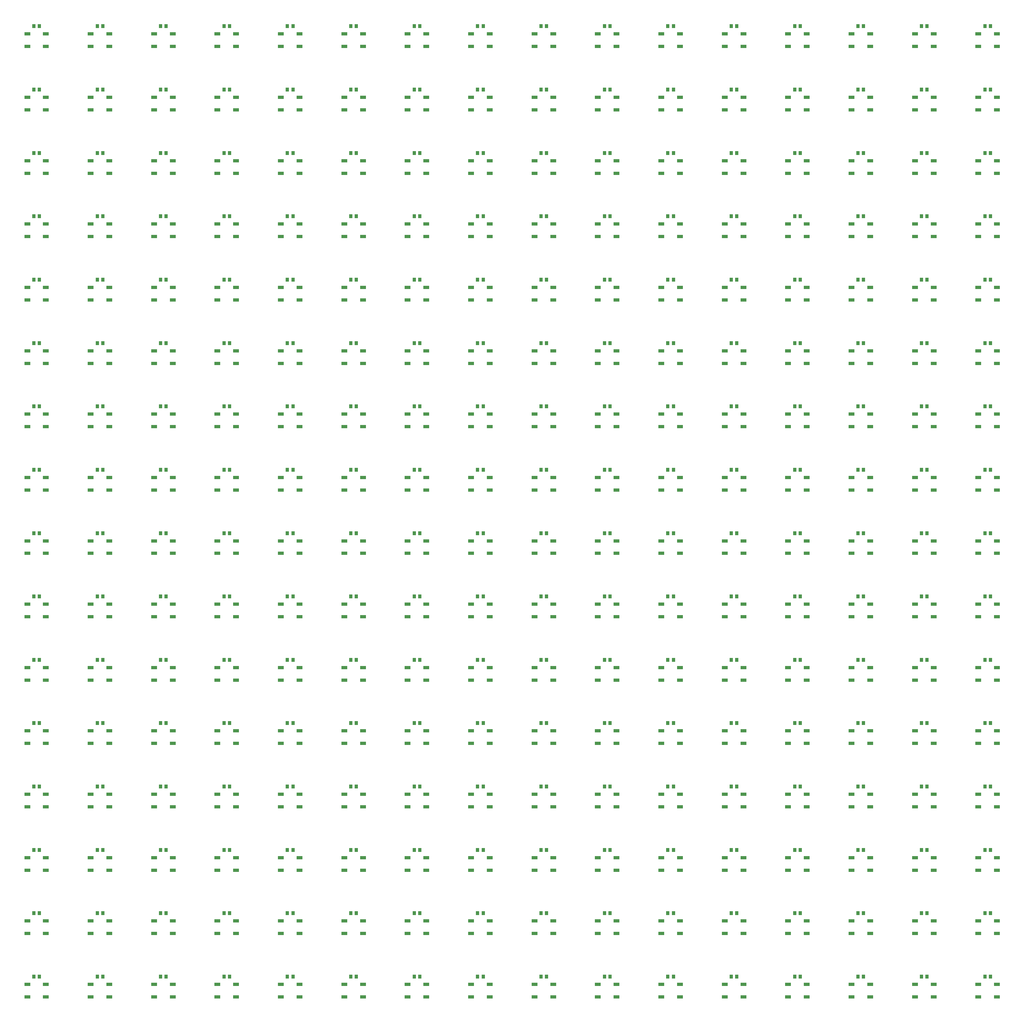
<source format=gtp>
G04*
G04 #@! TF.GenerationSoftware,Altium Limited,Altium Designer,24.3.1 (35)*
G04*
G04 Layer_Color=8421504*
%FSLAX25Y25*%
%MOIN*%
G70*
G04*
G04 #@! TF.SameCoordinates,990AA879-4203-459C-8826-AB23A681A769*
G04*
G04*
G04 #@! TF.FilePolarity,Positive*
G04*
G01*
G75*
%ADD12R,0.03740X0.04134*%
%ADD13R,0.05906X0.03543*%
D12*
X554331Y506134D02*
D03*
X560039D02*
D03*
X488779D02*
D03*
X494488D02*
D03*
X423228D02*
D03*
X428937D02*
D03*
X357677D02*
D03*
X363386D02*
D03*
X423228Y899441D02*
D03*
X428937D02*
D03*
X882087Y637236D02*
D03*
X887795D02*
D03*
X226575Y506134D02*
D03*
X232283D02*
D03*
X292126D02*
D03*
X297835D02*
D03*
X357677Y899441D02*
D03*
X363386D02*
D03*
X750984Y637236D02*
D03*
X756693D02*
D03*
X750984Y833890D02*
D03*
X756693D02*
D03*
X685433Y571685D02*
D03*
X691142D02*
D03*
X619882D02*
D03*
X625591D02*
D03*
X554331D02*
D03*
X560039D02*
D03*
X488779D02*
D03*
X494488D02*
D03*
X750984D02*
D03*
X756693D02*
D03*
X554331Y899441D02*
D03*
X560039D02*
D03*
X357677Y375031D02*
D03*
X363386D02*
D03*
X357677Y440583D02*
D03*
X363386D02*
D03*
X423228D02*
D03*
X428937D02*
D03*
X161024Y375031D02*
D03*
X166732D02*
D03*
X95472D02*
D03*
X101181D02*
D03*
X1013189Y47276D02*
D03*
X1018898D02*
D03*
X488779Y440583D02*
D03*
X494488D02*
D03*
X1013189Y112827D02*
D03*
X1018898D02*
D03*
X1013189Y178378D02*
D03*
X1018898D02*
D03*
X1013189Y243929D02*
D03*
X1018898D02*
D03*
X1013189Y309480D02*
D03*
X1018898D02*
D03*
X1013189Y375031D02*
D03*
X1018898D02*
D03*
X1013189Y440583D02*
D03*
X1018898D02*
D03*
X1013189Y506134D02*
D03*
X1018898D02*
D03*
X1013189Y571685D02*
D03*
X1018898D02*
D03*
X423228Y964992D02*
D03*
X428937D02*
D03*
X226575Y702787D02*
D03*
X232283D02*
D03*
X161024D02*
D03*
X166732D02*
D03*
X161024Y899441D02*
D03*
X166732D02*
D03*
X95472Y702787D02*
D03*
X101181D02*
D03*
X292126Y768339D02*
D03*
X297835D02*
D03*
X226575D02*
D03*
X232283D02*
D03*
X95472D02*
D03*
X101181D02*
D03*
X882087Y1030543D02*
D03*
X887795D02*
D03*
X882087Y964992D02*
D03*
X887795D02*
D03*
X947638Y1030543D02*
D03*
X953347D02*
D03*
X95472Y833890D02*
D03*
X101181D02*
D03*
X750984Y1030543D02*
D03*
X756693D02*
D03*
X947638Y964992D02*
D03*
X953347D02*
D03*
X816535Y1030543D02*
D03*
X822244D02*
D03*
X292126D02*
D03*
X297835D02*
D03*
X292126Y899441D02*
D03*
X297835D02*
D03*
X685433Y637236D02*
D03*
X691142D02*
D03*
X619882D02*
D03*
X625591D02*
D03*
X554331D02*
D03*
X560039D02*
D03*
X488779D02*
D03*
X494488D02*
D03*
X292126D02*
D03*
X297835D02*
D03*
X226575D02*
D03*
X232283D02*
D03*
X357677D02*
D03*
X363386D02*
D03*
X226575Y899441D02*
D03*
X232283D02*
D03*
X554331Y702787D02*
D03*
X560039D02*
D03*
X554331Y768339D02*
D03*
X560039D02*
D03*
X554331Y833890D02*
D03*
X560039D02*
D03*
X357677Y702787D02*
D03*
X363386D02*
D03*
X488779Y768339D02*
D03*
X494488D02*
D03*
X488779Y702787D02*
D03*
X494488D02*
D03*
X423228D02*
D03*
X428937D02*
D03*
X619882Y47276D02*
D03*
X625591D02*
D03*
X685433D02*
D03*
X691142D02*
D03*
X947638Y637236D02*
D03*
X953347D02*
D03*
X750984Y47276D02*
D03*
X756693D02*
D03*
X816535D02*
D03*
X822244D02*
D03*
X882087D02*
D03*
X887795D02*
D03*
X554331D02*
D03*
X560039D02*
D03*
X947638D02*
D03*
X953347D02*
D03*
X882087Y506134D02*
D03*
X887795D02*
D03*
X947638D02*
D03*
X953347D02*
D03*
X750984Y440583D02*
D03*
X756693D02*
D03*
X947638Y571685D02*
D03*
X953347D02*
D03*
X947638Y702787D02*
D03*
X953347D02*
D03*
X947638Y768339D02*
D03*
X953347D02*
D03*
X947638Y833890D02*
D03*
X953347D02*
D03*
X947638Y899441D02*
D03*
X953347D02*
D03*
X357677Y1030543D02*
D03*
X363386D02*
D03*
X226575D02*
D03*
X232283D02*
D03*
X161024Y964992D02*
D03*
X166732D02*
D03*
X161024Y1030543D02*
D03*
X166732D02*
D03*
X95472D02*
D03*
X101181D02*
D03*
X226575Y964992D02*
D03*
X232283D02*
D03*
X29921Y1030543D02*
D03*
X35630D02*
D03*
X95472Y964992D02*
D03*
X101181D02*
D03*
X29921Y47276D02*
D03*
X35630D02*
D03*
X29921Y964992D02*
D03*
X35630D02*
D03*
X29921Y178378D02*
D03*
X35630D02*
D03*
X29921Y243929D02*
D03*
X35630D02*
D03*
X29921Y309480D02*
D03*
X35630D02*
D03*
X29921Y702787D02*
D03*
X35630D02*
D03*
X29921Y375031D02*
D03*
X35630D02*
D03*
X29921Y440583D02*
D03*
X35630D02*
D03*
X226575Y243929D02*
D03*
X232283D02*
D03*
X161024D02*
D03*
X166732D02*
D03*
X423228Y309480D02*
D03*
X428937D02*
D03*
X226575D02*
D03*
X232283D02*
D03*
X357677Y178378D02*
D03*
X363386D02*
D03*
X95472Y243929D02*
D03*
X101181D02*
D03*
X161024Y309480D02*
D03*
X166732D02*
D03*
X226575Y178378D02*
D03*
X232283D02*
D03*
X95472Y112827D02*
D03*
X101181D02*
D03*
X488779Y243929D02*
D03*
X494488D02*
D03*
X226575Y112827D02*
D03*
X232283D02*
D03*
X554331Y375031D02*
D03*
X560039D02*
D03*
X488779D02*
D03*
X494488D02*
D03*
X488779Y309480D02*
D03*
X494488D02*
D03*
X423228Y375031D02*
D03*
X428937D02*
D03*
X423228Y243929D02*
D03*
X428937D02*
D03*
X750984Y112827D02*
D03*
X756693D02*
D03*
X816535Y178378D02*
D03*
X822244D02*
D03*
X554331Y309480D02*
D03*
X560039D02*
D03*
X816535Y112827D02*
D03*
X822244D02*
D03*
X882087D02*
D03*
X887795D02*
D03*
X947638D02*
D03*
X953347D02*
D03*
X947638Y178378D02*
D03*
X953347D02*
D03*
X947638Y243929D02*
D03*
X953347D02*
D03*
X619882Y112827D02*
D03*
X625591D02*
D03*
X882087Y309480D02*
D03*
X887795D02*
D03*
X685433Y899441D02*
D03*
X691142D02*
D03*
X619882Y178378D02*
D03*
X625591D02*
D03*
X619882Y243929D02*
D03*
X625591D02*
D03*
X750984Y178378D02*
D03*
X756693D02*
D03*
X750984Y243929D02*
D03*
X756693D02*
D03*
X750984Y899441D02*
D03*
X756693D02*
D03*
X423228Y571685D02*
D03*
X428937D02*
D03*
X357677D02*
D03*
X363386D02*
D03*
X292126D02*
D03*
X297835D02*
D03*
X226575D02*
D03*
X232283D02*
D03*
X95472Y637236D02*
D03*
X101181D02*
D03*
X750984Y702787D02*
D03*
X756693D02*
D03*
X750984Y768339D02*
D03*
X756693D02*
D03*
X816535Y833890D02*
D03*
X822244D02*
D03*
X423228Y637236D02*
D03*
X428937D02*
D03*
X161024D02*
D03*
X166732D02*
D03*
X685433Y702787D02*
D03*
X691142D02*
D03*
X685433Y768339D02*
D03*
X691142D02*
D03*
X685433Y833890D02*
D03*
X691142D02*
D03*
X619882Y702787D02*
D03*
X625591D02*
D03*
X619882Y768339D02*
D03*
X625591D02*
D03*
X619882Y833890D02*
D03*
X625591D02*
D03*
X1013189Y637236D02*
D03*
X1018898D02*
D03*
X488779Y899441D02*
D03*
X494488D02*
D03*
X1013189Y702787D02*
D03*
X1018898D02*
D03*
X1013189Y768339D02*
D03*
X1018898D02*
D03*
X1013189Y833890D02*
D03*
X1018898D02*
D03*
X1013189Y899441D02*
D03*
X1018898D02*
D03*
X1013189Y964992D02*
D03*
X1018898D02*
D03*
X1013189Y1030543D02*
D03*
X1018898D02*
D03*
X882087Y768339D02*
D03*
X887795D02*
D03*
X882087Y833890D02*
D03*
X887795D02*
D03*
X816535Y571685D02*
D03*
X822244D02*
D03*
X816535Y637236D02*
D03*
X822244D02*
D03*
X816535Y702787D02*
D03*
X822244D02*
D03*
X816535Y768339D02*
D03*
X822244D02*
D03*
X882087Y571685D02*
D03*
X887795D02*
D03*
X882087Y702787D02*
D03*
X887795D02*
D03*
X619882Y1030543D02*
D03*
X625591D02*
D03*
X685433D02*
D03*
X691142D02*
D03*
X554331D02*
D03*
X560039D02*
D03*
X488779D02*
D03*
X494488D02*
D03*
X423228D02*
D03*
X428937D02*
D03*
X357677Y964992D02*
D03*
X363386D02*
D03*
X95472Y899441D02*
D03*
X101181D02*
D03*
X292126Y964992D02*
D03*
X297835D02*
D03*
X29921Y506134D02*
D03*
X35630D02*
D03*
X29921Y637236D02*
D03*
X35630D02*
D03*
X29921Y571685D02*
D03*
X35630D02*
D03*
X882087Y375031D02*
D03*
X887795D02*
D03*
X685433D02*
D03*
X691142D02*
D03*
X750984D02*
D03*
X756693D02*
D03*
X619882D02*
D03*
X625591D02*
D03*
X161024Y506134D02*
D03*
X166732D02*
D03*
X423228Y768339D02*
D03*
X428937D02*
D03*
X357677D02*
D03*
X363386D02*
D03*
X488779Y833890D02*
D03*
X494488D02*
D03*
X423228D02*
D03*
X428937D02*
D03*
X357677D02*
D03*
X363386D02*
D03*
X292126Y702787D02*
D03*
X297835D02*
D03*
X292126Y833890D02*
D03*
X297835D02*
D03*
X226575D02*
D03*
X232283D02*
D03*
X161024Y768339D02*
D03*
X166732D02*
D03*
X161024Y833890D02*
D03*
X166732D02*
D03*
X816535Y964992D02*
D03*
X822244D02*
D03*
X750984D02*
D03*
X756693D02*
D03*
X685433D02*
D03*
X691142D02*
D03*
X619882D02*
D03*
X625591D02*
D03*
X554331D02*
D03*
X560039D02*
D03*
X488779D02*
D03*
X494488D02*
D03*
X816535Y506134D02*
D03*
X822244D02*
D03*
X816535Y440583D02*
D03*
X822244D02*
D03*
X947638Y309480D02*
D03*
X953347D02*
D03*
X882087Y440583D02*
D03*
X887795D02*
D03*
X947638D02*
D03*
X953347D02*
D03*
X619882Y506134D02*
D03*
X625591D02*
D03*
X685433D02*
D03*
X691142D02*
D03*
X750984D02*
D03*
X756693D02*
D03*
X947638Y375031D02*
D03*
X953347D02*
D03*
X816535D02*
D03*
X822244D02*
D03*
X882087Y178378D02*
D03*
X887795D02*
D03*
X554331D02*
D03*
X560039D02*
D03*
X685433Y440583D02*
D03*
X691142D02*
D03*
X816535Y899441D02*
D03*
X822244D02*
D03*
X882087Y243929D02*
D03*
X887795D02*
D03*
X816535D02*
D03*
X822244D02*
D03*
X29921Y112827D02*
D03*
X35630D02*
D03*
X29921Y768339D02*
D03*
X35630D02*
D03*
X29921Y833890D02*
D03*
X35630D02*
D03*
X29921Y899441D02*
D03*
X35630D02*
D03*
X95472Y571685D02*
D03*
X101181D02*
D03*
X161024D02*
D03*
X166732D02*
D03*
X95472Y506134D02*
D03*
X101181D02*
D03*
X95472Y440583D02*
D03*
X101181D02*
D03*
X488779Y47276D02*
D03*
X494488D02*
D03*
X95472D02*
D03*
X101181D02*
D03*
X882087Y899441D02*
D03*
X887795D02*
D03*
X161024Y47276D02*
D03*
X166732D02*
D03*
X226575D02*
D03*
X232283D02*
D03*
X292126D02*
D03*
X297835D02*
D03*
X357677D02*
D03*
X363386D02*
D03*
X423228D02*
D03*
X428937D02*
D03*
X161024Y112827D02*
D03*
X166732D02*
D03*
X488779Y178378D02*
D03*
X494488D02*
D03*
X423228D02*
D03*
X428937D02*
D03*
X292126Y112827D02*
D03*
X297835D02*
D03*
X488779D02*
D03*
X494488D02*
D03*
X423228D02*
D03*
X428937D02*
D03*
X357677D02*
D03*
X363386D02*
D03*
X619882Y899441D02*
D03*
X625591D02*
D03*
X554331Y112827D02*
D03*
X560039D02*
D03*
X554331Y440583D02*
D03*
X560039D02*
D03*
X619882D02*
D03*
X625591D02*
D03*
X292126Y375031D02*
D03*
X297835D02*
D03*
X292126Y440583D02*
D03*
X297835D02*
D03*
X226575Y375031D02*
D03*
X232283D02*
D03*
X226575Y440583D02*
D03*
X232283D02*
D03*
X161024D02*
D03*
X166732D02*
D03*
X685433Y112827D02*
D03*
X691142D02*
D03*
X685433Y178378D02*
D03*
X691142D02*
D03*
X161024D02*
D03*
X166732D02*
D03*
X685433Y243929D02*
D03*
X691142D02*
D03*
X685433Y309480D02*
D03*
X691142D02*
D03*
X619882D02*
D03*
X625591D02*
D03*
X554331Y243929D02*
D03*
X560039D02*
D03*
X750984Y309480D02*
D03*
X756693D02*
D03*
X357677Y243929D02*
D03*
X363386D02*
D03*
X95472Y178378D02*
D03*
X101181D02*
D03*
X357677Y309480D02*
D03*
X363386D02*
D03*
X292126Y243929D02*
D03*
X297835D02*
D03*
X292126Y178378D02*
D03*
X297835D02*
D03*
X292126Y309480D02*
D03*
X297835D02*
D03*
X95472D02*
D03*
X101181D02*
D03*
X816535D02*
D03*
X822244D02*
D03*
D13*
X678642Y1022539D02*
D03*
Y1009547D02*
D03*
X697933D02*
D03*
Y1022539D02*
D03*
X547539D02*
D03*
Y1009547D02*
D03*
X566831D02*
D03*
Y1022539D02*
D03*
X613091D02*
D03*
Y1009547D02*
D03*
X632382D02*
D03*
Y1022539D02*
D03*
X678642Y956988D02*
D03*
Y943996D02*
D03*
X697933D02*
D03*
Y956988D02*
D03*
X613091D02*
D03*
Y943996D02*
D03*
X632382D02*
D03*
Y956988D02*
D03*
X547539D02*
D03*
Y943996D02*
D03*
X566831D02*
D03*
Y956988D02*
D03*
X1006398D02*
D03*
Y943996D02*
D03*
X1025689D02*
D03*
Y956988D02*
D03*
X940847D02*
D03*
Y943996D02*
D03*
X960138D02*
D03*
Y956988D02*
D03*
X1006398Y1022539D02*
D03*
Y1009547D02*
D03*
X1025689D02*
D03*
Y1022539D02*
D03*
X940847D02*
D03*
Y1009547D02*
D03*
X960138D02*
D03*
Y1022539D02*
D03*
X875295Y956988D02*
D03*
Y943996D02*
D03*
X894587D02*
D03*
Y956988D02*
D03*
X809744D02*
D03*
Y943996D02*
D03*
X829035D02*
D03*
Y956988D02*
D03*
X744193D02*
D03*
Y943996D02*
D03*
X763484D02*
D03*
Y956988D02*
D03*
X744193Y1022539D02*
D03*
Y1009547D02*
D03*
X763484D02*
D03*
Y1022539D02*
D03*
X875295D02*
D03*
Y1009547D02*
D03*
X894587D02*
D03*
Y1022539D02*
D03*
X809744D02*
D03*
Y1009547D02*
D03*
X829035D02*
D03*
Y1022539D02*
D03*
X23130D02*
D03*
Y1009547D02*
D03*
X42421D02*
D03*
Y1022539D02*
D03*
X23130Y956988D02*
D03*
Y943996D02*
D03*
X42421D02*
D03*
Y956988D02*
D03*
X154232Y1022539D02*
D03*
Y1009547D02*
D03*
X173524D02*
D03*
Y1022539D02*
D03*
X219783D02*
D03*
Y1009547D02*
D03*
X239075D02*
D03*
Y1022539D02*
D03*
X285335D02*
D03*
Y1009547D02*
D03*
X304626D02*
D03*
Y1022539D02*
D03*
X416437D02*
D03*
Y1009547D02*
D03*
X435728D02*
D03*
Y1022539D02*
D03*
X481988D02*
D03*
Y1009547D02*
D03*
X501280D02*
D03*
Y1022539D02*
D03*
X350886D02*
D03*
Y1009547D02*
D03*
X370177D02*
D03*
Y1022539D02*
D03*
X481988Y956988D02*
D03*
Y943996D02*
D03*
X501280D02*
D03*
Y956988D02*
D03*
X416437D02*
D03*
Y943996D02*
D03*
X435728D02*
D03*
Y956988D02*
D03*
X350886D02*
D03*
Y943996D02*
D03*
X370177D02*
D03*
Y956988D02*
D03*
X285335D02*
D03*
Y943996D02*
D03*
X304626D02*
D03*
Y956988D02*
D03*
X219783D02*
D03*
Y943996D02*
D03*
X239075D02*
D03*
Y956988D02*
D03*
X154232D02*
D03*
Y943996D02*
D03*
X173524D02*
D03*
Y956988D02*
D03*
X88681Y1022539D02*
D03*
Y1009547D02*
D03*
X107973D02*
D03*
Y1022539D02*
D03*
X88681Y956988D02*
D03*
Y943996D02*
D03*
X107973D02*
D03*
Y956988D02*
D03*
X416437Y891437D02*
D03*
Y878445D02*
D03*
X435728D02*
D03*
Y891437D02*
D03*
X350886D02*
D03*
Y878445D02*
D03*
X370177D02*
D03*
Y891437D02*
D03*
X940847D02*
D03*
Y878445D02*
D03*
X960138D02*
D03*
Y891437D02*
D03*
X875295D02*
D03*
Y878445D02*
D03*
X894587D02*
D03*
Y891437D02*
D03*
X285335D02*
D03*
Y878445D02*
D03*
X304626D02*
D03*
Y891437D02*
D03*
X219783D02*
D03*
Y878445D02*
D03*
X239075D02*
D03*
Y891437D02*
D03*
X88681D02*
D03*
Y878445D02*
D03*
X107973D02*
D03*
Y891437D02*
D03*
X154232D02*
D03*
Y878445D02*
D03*
X173524D02*
D03*
Y891437D02*
D03*
X678642D02*
D03*
Y878445D02*
D03*
X697933D02*
D03*
Y891437D02*
D03*
X613091D02*
D03*
Y878445D02*
D03*
X632382D02*
D03*
Y891437D02*
D03*
X809744D02*
D03*
Y878445D02*
D03*
X829035D02*
D03*
Y891437D02*
D03*
X744193D02*
D03*
Y878445D02*
D03*
X763484D02*
D03*
Y891437D02*
D03*
X481988D02*
D03*
Y878445D02*
D03*
X501280D02*
D03*
Y891437D02*
D03*
X547539D02*
D03*
Y878445D02*
D03*
X566831D02*
D03*
Y891437D02*
D03*
X23130D02*
D03*
Y878445D02*
D03*
X42421D02*
D03*
Y891437D02*
D03*
X1006398D02*
D03*
Y878445D02*
D03*
X1025689D02*
D03*
Y891437D02*
D03*
X23130Y170374D02*
D03*
Y157382D02*
D03*
X42421D02*
D03*
Y170374D02*
D03*
X154232D02*
D03*
Y157382D02*
D03*
X173524D02*
D03*
Y170374D02*
D03*
X285335D02*
D03*
Y157382D02*
D03*
X304626D02*
D03*
Y170374D02*
D03*
X350886D02*
D03*
Y157382D02*
D03*
X370177D02*
D03*
Y170374D02*
D03*
X219783D02*
D03*
Y157382D02*
D03*
X239075D02*
D03*
Y170374D02*
D03*
X88681D02*
D03*
Y157382D02*
D03*
X107973D02*
D03*
Y170374D02*
D03*
X547539Y367027D02*
D03*
Y354035D02*
D03*
X566831D02*
D03*
Y367027D02*
D03*
X613091D02*
D03*
Y354035D02*
D03*
X632382D02*
D03*
Y367027D02*
D03*
X481988D02*
D03*
Y354035D02*
D03*
X501280D02*
D03*
Y367027D02*
D03*
X809744Y104823D02*
D03*
Y91831D02*
D03*
X829035D02*
D03*
Y104823D02*
D03*
X678642D02*
D03*
Y91831D02*
D03*
X697933D02*
D03*
Y104823D02*
D03*
X744193D02*
D03*
Y91831D02*
D03*
X763484D02*
D03*
Y104823D02*
D03*
X613091D02*
D03*
Y91831D02*
D03*
X632382D02*
D03*
Y104823D02*
D03*
X678642Y367027D02*
D03*
Y354035D02*
D03*
X697933D02*
D03*
Y367027D02*
D03*
X744193D02*
D03*
Y354035D02*
D03*
X763484D02*
D03*
Y367027D02*
D03*
X809744D02*
D03*
Y354035D02*
D03*
X829035D02*
D03*
Y367027D02*
D03*
X744193Y432579D02*
D03*
Y419587D02*
D03*
X763484D02*
D03*
Y432579D02*
D03*
X547539D02*
D03*
Y419587D02*
D03*
X566831D02*
D03*
Y432579D02*
D03*
X481988D02*
D03*
Y419587D02*
D03*
X501280D02*
D03*
Y432579D02*
D03*
X613091D02*
D03*
Y419587D02*
D03*
X632382D02*
D03*
Y432579D02*
D03*
X678642D02*
D03*
Y419587D02*
D03*
X697933D02*
D03*
Y432579D02*
D03*
X809744D02*
D03*
Y419587D02*
D03*
X829035D02*
D03*
Y432579D02*
D03*
X547539Y104823D02*
D03*
Y91831D02*
D03*
X566831D02*
D03*
Y104823D02*
D03*
X547539Y498130D02*
D03*
Y485138D02*
D03*
X566831D02*
D03*
Y498130D02*
D03*
X481988D02*
D03*
Y485138D02*
D03*
X501280D02*
D03*
Y498130D02*
D03*
X481988Y629232D02*
D03*
Y616240D02*
D03*
X501280D02*
D03*
Y629232D02*
D03*
X547539D02*
D03*
Y616240D02*
D03*
X566831D02*
D03*
Y629232D02*
D03*
X613091D02*
D03*
Y616240D02*
D03*
X632382D02*
D03*
Y629232D02*
D03*
X744193Y498130D02*
D03*
Y485138D02*
D03*
X763484D02*
D03*
Y498130D02*
D03*
X678642D02*
D03*
Y485138D02*
D03*
X697933D02*
D03*
Y498130D02*
D03*
X613091D02*
D03*
Y485138D02*
D03*
X632382D02*
D03*
Y498130D02*
D03*
X744193Y629232D02*
D03*
Y616240D02*
D03*
X763484D02*
D03*
Y629232D02*
D03*
X678642D02*
D03*
Y616240D02*
D03*
X697933D02*
D03*
Y629232D02*
D03*
X809744D02*
D03*
Y616240D02*
D03*
X829035D02*
D03*
Y629232D02*
D03*
X744193Y563681D02*
D03*
Y550689D02*
D03*
X763484D02*
D03*
Y563681D02*
D03*
X809744D02*
D03*
Y550689D02*
D03*
X829035D02*
D03*
Y563681D02*
D03*
X547539D02*
D03*
Y550689D02*
D03*
X566831D02*
D03*
Y563681D02*
D03*
X678642D02*
D03*
Y550689D02*
D03*
X697933D02*
D03*
Y563681D02*
D03*
X613091D02*
D03*
Y550689D02*
D03*
X632382D02*
D03*
Y563681D02*
D03*
X481988D02*
D03*
Y550689D02*
D03*
X501280D02*
D03*
Y563681D02*
D03*
X744193Y301476D02*
D03*
Y288484D02*
D03*
X763484D02*
D03*
Y301476D02*
D03*
X809744D02*
D03*
Y288484D02*
D03*
X829035D02*
D03*
Y301476D02*
D03*
X678642D02*
D03*
Y288484D02*
D03*
X697933D02*
D03*
Y301476D02*
D03*
X613091D02*
D03*
Y288484D02*
D03*
X632382D02*
D03*
Y301476D02*
D03*
X1006398D02*
D03*
Y288484D02*
D03*
X1025689D02*
D03*
Y301476D02*
D03*
X547539D02*
D03*
Y288484D02*
D03*
X566831D02*
D03*
Y301476D02*
D03*
X940847D02*
D03*
Y288484D02*
D03*
X960138D02*
D03*
Y301476D02*
D03*
X875295D02*
D03*
Y288484D02*
D03*
X894587D02*
D03*
Y301476D02*
D03*
X481988D02*
D03*
Y288484D02*
D03*
X501280D02*
D03*
Y301476D02*
D03*
X416437D02*
D03*
Y288484D02*
D03*
X435728D02*
D03*
Y301476D02*
D03*
X350886D02*
D03*
Y288484D02*
D03*
X370177D02*
D03*
Y301476D02*
D03*
X23130D02*
D03*
Y288484D02*
D03*
X42421D02*
D03*
Y301476D02*
D03*
X88681D02*
D03*
Y288484D02*
D03*
X107973D02*
D03*
Y301476D02*
D03*
X219783D02*
D03*
Y288484D02*
D03*
X239075D02*
D03*
Y301476D02*
D03*
X154232D02*
D03*
Y288484D02*
D03*
X173524D02*
D03*
Y301476D02*
D03*
X285335D02*
D03*
Y288484D02*
D03*
X304626D02*
D03*
Y301476D02*
D03*
X154232Y825886D02*
D03*
Y812894D02*
D03*
X173524D02*
D03*
Y825886D02*
D03*
X154232Y694783D02*
D03*
Y681791D02*
D03*
X173524D02*
D03*
Y694783D02*
D03*
X154232Y760335D02*
D03*
Y747342D02*
D03*
X173524D02*
D03*
Y760335D02*
D03*
X285335Y694783D02*
D03*
Y681791D02*
D03*
X304626D02*
D03*
Y694783D02*
D03*
X285335Y760335D02*
D03*
Y747342D02*
D03*
X304626D02*
D03*
Y760335D02*
D03*
X285335Y825886D02*
D03*
Y812894D02*
D03*
X304626D02*
D03*
Y825886D02*
D03*
X219783D02*
D03*
Y812894D02*
D03*
X239075D02*
D03*
Y825886D02*
D03*
X219783Y760335D02*
D03*
Y747342D02*
D03*
X239075D02*
D03*
Y760335D02*
D03*
X350886Y825886D02*
D03*
Y812894D02*
D03*
X370177D02*
D03*
Y825886D02*
D03*
X350886Y694783D02*
D03*
Y681791D02*
D03*
X370177D02*
D03*
Y694783D02*
D03*
X350886Y760335D02*
D03*
Y747342D02*
D03*
X370177D02*
D03*
Y760335D02*
D03*
X416437Y825886D02*
D03*
Y812894D02*
D03*
X435728D02*
D03*
Y825886D02*
D03*
X416437Y694783D02*
D03*
Y681791D02*
D03*
X435728D02*
D03*
Y694783D02*
D03*
X416437Y760335D02*
D03*
Y747342D02*
D03*
X435728D02*
D03*
Y760335D02*
D03*
X613091Y825886D02*
D03*
Y812894D02*
D03*
X632382D02*
D03*
Y825886D02*
D03*
X547539D02*
D03*
Y812894D02*
D03*
X566831D02*
D03*
Y825886D02*
D03*
X481988D02*
D03*
Y812894D02*
D03*
X501280D02*
D03*
Y825886D02*
D03*
X613091Y170374D02*
D03*
Y157382D02*
D03*
X632382D02*
D03*
Y170374D02*
D03*
X678642D02*
D03*
Y157382D02*
D03*
X697933D02*
D03*
Y170374D02*
D03*
X547539D02*
D03*
Y157382D02*
D03*
X566831D02*
D03*
Y170374D02*
D03*
X481988D02*
D03*
Y157382D02*
D03*
X501280D02*
D03*
Y170374D02*
D03*
X416437D02*
D03*
Y157382D02*
D03*
X435728D02*
D03*
Y170374D02*
D03*
X809744D02*
D03*
Y157382D02*
D03*
X829035D02*
D03*
Y170374D02*
D03*
X875295D02*
D03*
Y157382D02*
D03*
X894587D02*
D03*
Y170374D02*
D03*
X940847D02*
D03*
Y157382D02*
D03*
X960138D02*
D03*
Y170374D02*
D03*
X1006398D02*
D03*
Y157382D02*
D03*
X1025689D02*
D03*
Y170374D02*
D03*
X744193D02*
D03*
Y157382D02*
D03*
X763484D02*
D03*
Y170374D02*
D03*
X1006398Y825886D02*
D03*
Y812894D02*
D03*
X1025689D02*
D03*
Y825886D02*
D03*
X1006398Y694783D02*
D03*
Y681791D02*
D03*
X1025689D02*
D03*
Y694783D02*
D03*
X1006398Y760335D02*
D03*
Y747342D02*
D03*
X1025689D02*
D03*
Y760335D02*
D03*
X940847Y694783D02*
D03*
Y681791D02*
D03*
X960138D02*
D03*
Y694783D02*
D03*
X875295D02*
D03*
Y681791D02*
D03*
X894587D02*
D03*
Y694783D02*
D03*
X809744Y760335D02*
D03*
Y747342D02*
D03*
X829035D02*
D03*
Y760335D02*
D03*
X940847Y825886D02*
D03*
Y812894D02*
D03*
X960138D02*
D03*
Y825886D02*
D03*
X940847Y760335D02*
D03*
Y747342D02*
D03*
X960138D02*
D03*
Y760335D02*
D03*
X875295Y825886D02*
D03*
Y812894D02*
D03*
X894587D02*
D03*
Y825886D02*
D03*
X875295Y760335D02*
D03*
Y747342D02*
D03*
X894587D02*
D03*
Y760335D02*
D03*
X809744Y825886D02*
D03*
Y812894D02*
D03*
X829035D02*
D03*
Y825886D02*
D03*
X1006398Y629232D02*
D03*
Y616240D02*
D03*
X1025689D02*
D03*
Y629232D02*
D03*
X940847Y563681D02*
D03*
Y550689D02*
D03*
X960138D02*
D03*
Y563681D02*
D03*
X875295D02*
D03*
Y550689D02*
D03*
X894587D02*
D03*
Y563681D02*
D03*
X1006398D02*
D03*
Y550689D02*
D03*
X1025689D02*
D03*
Y563681D02*
D03*
X940847Y629232D02*
D03*
Y616240D02*
D03*
X960138D02*
D03*
Y629232D02*
D03*
X875295D02*
D03*
Y616240D02*
D03*
X894587D02*
D03*
Y629232D02*
D03*
X940847Y432579D02*
D03*
Y419587D02*
D03*
X960138D02*
D03*
Y432579D02*
D03*
X940847Y498130D02*
D03*
Y485138D02*
D03*
X960138D02*
D03*
Y498130D02*
D03*
X875295Y432579D02*
D03*
Y419587D02*
D03*
X894587D02*
D03*
Y432579D02*
D03*
X875295Y498130D02*
D03*
Y485138D02*
D03*
X894587D02*
D03*
Y498130D02*
D03*
X1006398D02*
D03*
Y485138D02*
D03*
X1025689D02*
D03*
Y498130D02*
D03*
X875295Y367027D02*
D03*
Y354035D02*
D03*
X894587D02*
D03*
Y367027D02*
D03*
X809744Y498130D02*
D03*
Y485138D02*
D03*
X829035D02*
D03*
Y498130D02*
D03*
X1006398Y367027D02*
D03*
Y354035D02*
D03*
X1025689D02*
D03*
Y367027D02*
D03*
X1006398Y432579D02*
D03*
Y419587D02*
D03*
X1025689D02*
D03*
Y432579D02*
D03*
X940847Y367027D02*
D03*
Y354035D02*
D03*
X960138D02*
D03*
Y367027D02*
D03*
X285335Y235925D02*
D03*
Y222933D02*
D03*
X304626D02*
D03*
Y235925D02*
D03*
X350886D02*
D03*
Y222933D02*
D03*
X370177D02*
D03*
Y235925D02*
D03*
X416437D02*
D03*
Y222933D02*
D03*
X435728D02*
D03*
Y235925D02*
D03*
X547539D02*
D03*
Y222933D02*
D03*
X566831D02*
D03*
Y235925D02*
D03*
X613091D02*
D03*
Y222933D02*
D03*
X632382D02*
D03*
Y235925D02*
D03*
X809744D02*
D03*
Y222933D02*
D03*
X829035D02*
D03*
Y235925D02*
D03*
X678642D02*
D03*
Y222933D02*
D03*
X697933D02*
D03*
Y235925D02*
D03*
X744193D02*
D03*
Y222933D02*
D03*
X763484D02*
D03*
Y235925D02*
D03*
X219783D02*
D03*
Y222933D02*
D03*
X239075D02*
D03*
Y235925D02*
D03*
X481988D02*
D03*
Y222933D02*
D03*
X501280D02*
D03*
Y235925D02*
D03*
X154232D02*
D03*
Y222933D02*
D03*
X173524D02*
D03*
Y235925D02*
D03*
X88681D02*
D03*
Y222933D02*
D03*
X107973D02*
D03*
Y235925D02*
D03*
X23130D02*
D03*
Y222933D02*
D03*
X42421D02*
D03*
Y235925D02*
D03*
X940847D02*
D03*
Y222933D02*
D03*
X960138D02*
D03*
Y235925D02*
D03*
X1006398D02*
D03*
Y222933D02*
D03*
X1025689D02*
D03*
Y235925D02*
D03*
X875295D02*
D03*
Y222933D02*
D03*
X894587D02*
D03*
Y235925D02*
D03*
X88681Y39272D02*
D03*
Y26280D02*
D03*
X107973D02*
D03*
Y39272D02*
D03*
X23130D02*
D03*
Y26280D02*
D03*
X42421D02*
D03*
Y39272D02*
D03*
X23130Y104823D02*
D03*
Y91831D02*
D03*
X42421D02*
D03*
Y104823D02*
D03*
X154232D02*
D03*
Y91831D02*
D03*
X173524D02*
D03*
Y104823D02*
D03*
X154232Y39272D02*
D03*
Y26280D02*
D03*
X173524D02*
D03*
Y39272D02*
D03*
X219783Y104823D02*
D03*
Y91831D02*
D03*
X239075D02*
D03*
Y104823D02*
D03*
X285335Y39272D02*
D03*
Y26280D02*
D03*
X304626D02*
D03*
Y39272D02*
D03*
X219783D02*
D03*
Y26280D02*
D03*
X239075D02*
D03*
Y39272D02*
D03*
X285335Y104823D02*
D03*
Y91831D02*
D03*
X304626D02*
D03*
Y104823D02*
D03*
X88681D02*
D03*
Y91831D02*
D03*
X107973D02*
D03*
Y104823D02*
D03*
X23130Y498130D02*
D03*
Y485138D02*
D03*
X42421D02*
D03*
Y498130D02*
D03*
X23130Y563681D02*
D03*
Y550689D02*
D03*
X42421D02*
D03*
Y563681D02*
D03*
X23130Y694783D02*
D03*
Y681791D02*
D03*
X42421D02*
D03*
Y694783D02*
D03*
X23130Y629232D02*
D03*
Y616240D02*
D03*
X42421D02*
D03*
Y629232D02*
D03*
X23130Y825886D02*
D03*
Y812894D02*
D03*
X42421D02*
D03*
Y825886D02*
D03*
X88681D02*
D03*
Y812894D02*
D03*
X107973D02*
D03*
Y825886D02*
D03*
X88681Y498130D02*
D03*
Y485138D02*
D03*
X107973D02*
D03*
Y498130D02*
D03*
X88681Y563681D02*
D03*
Y550689D02*
D03*
X107973D02*
D03*
Y563681D02*
D03*
X88681Y629232D02*
D03*
Y616240D02*
D03*
X107973D02*
D03*
Y629232D02*
D03*
X88681Y694783D02*
D03*
Y681791D02*
D03*
X107973D02*
D03*
Y694783D02*
D03*
X23130Y760335D02*
D03*
Y747342D02*
D03*
X42421D02*
D03*
Y760335D02*
D03*
X88681D02*
D03*
Y747342D02*
D03*
X107973D02*
D03*
Y760335D02*
D03*
X88681Y367027D02*
D03*
Y354035D02*
D03*
X107973D02*
D03*
Y367027D02*
D03*
X88681Y432579D02*
D03*
Y419587D02*
D03*
X107973D02*
D03*
Y432579D02*
D03*
X23130Y367027D02*
D03*
Y354035D02*
D03*
X42421D02*
D03*
Y367027D02*
D03*
X23130Y432579D02*
D03*
Y419587D02*
D03*
X42421D02*
D03*
Y432579D02*
D03*
X744193Y760335D02*
D03*
Y747342D02*
D03*
X763484D02*
D03*
Y760335D02*
D03*
X744193Y825886D02*
D03*
Y812894D02*
D03*
X763484D02*
D03*
Y825886D02*
D03*
X809744Y694783D02*
D03*
Y681791D02*
D03*
X829035D02*
D03*
Y694783D02*
D03*
X744193D02*
D03*
Y681791D02*
D03*
X763484D02*
D03*
Y694783D02*
D03*
X678642D02*
D03*
Y681791D02*
D03*
X697933D02*
D03*
Y694783D02*
D03*
X613091D02*
D03*
Y681791D02*
D03*
X632382D02*
D03*
Y694783D02*
D03*
X547539D02*
D03*
Y681791D02*
D03*
X566831D02*
D03*
Y694783D02*
D03*
X481988D02*
D03*
Y681791D02*
D03*
X501280D02*
D03*
Y694783D02*
D03*
X481988Y760335D02*
D03*
Y747342D02*
D03*
X501280D02*
D03*
Y760335D02*
D03*
X613091D02*
D03*
Y747342D02*
D03*
X632382D02*
D03*
Y760335D02*
D03*
X547539D02*
D03*
Y747342D02*
D03*
X566831D02*
D03*
Y760335D02*
D03*
X678642D02*
D03*
Y747342D02*
D03*
X697933D02*
D03*
Y760335D02*
D03*
X678642Y825886D02*
D03*
Y812894D02*
D03*
X697933D02*
D03*
Y825886D02*
D03*
X416437Y498130D02*
D03*
Y485138D02*
D03*
X435728D02*
D03*
Y498130D02*
D03*
X416437Y563681D02*
D03*
Y550689D02*
D03*
X435728D02*
D03*
Y563681D02*
D03*
X350886Y367027D02*
D03*
Y354035D02*
D03*
X370177D02*
D03*
Y367027D02*
D03*
X416437D02*
D03*
Y354035D02*
D03*
X435728D02*
D03*
Y367027D02*
D03*
X219783D02*
D03*
Y354035D02*
D03*
X239075D02*
D03*
Y367027D02*
D03*
X154232D02*
D03*
Y354035D02*
D03*
X173524D02*
D03*
Y367027D02*
D03*
X154232Y432579D02*
D03*
Y419587D02*
D03*
X173524D02*
D03*
Y432579D02*
D03*
X285335Y367027D02*
D03*
Y354035D02*
D03*
X304626D02*
D03*
Y367027D02*
D03*
X285335Y432579D02*
D03*
Y419587D02*
D03*
X304626D02*
D03*
Y432579D02*
D03*
X219783D02*
D03*
Y419587D02*
D03*
X239075D02*
D03*
Y432579D02*
D03*
X219783Y563681D02*
D03*
Y550689D02*
D03*
X239075D02*
D03*
Y563681D02*
D03*
X350886Y498130D02*
D03*
Y485138D02*
D03*
X370177D02*
D03*
Y498130D02*
D03*
X350886Y563681D02*
D03*
Y550689D02*
D03*
X370177D02*
D03*
Y563681D02*
D03*
X285335Y629232D02*
D03*
Y616240D02*
D03*
X304626D02*
D03*
Y629232D02*
D03*
X285335Y563681D02*
D03*
Y550689D02*
D03*
X304626D02*
D03*
Y563681D02*
D03*
X154232Y629232D02*
D03*
Y616240D02*
D03*
X173524D02*
D03*
Y629232D02*
D03*
X154232Y563681D02*
D03*
Y550689D02*
D03*
X173524D02*
D03*
Y563681D02*
D03*
X416437Y629232D02*
D03*
Y616240D02*
D03*
X435728D02*
D03*
Y629232D02*
D03*
X350886D02*
D03*
Y616240D02*
D03*
X370177D02*
D03*
Y629232D02*
D03*
X154232Y498130D02*
D03*
Y485138D02*
D03*
X173524D02*
D03*
Y498130D02*
D03*
X219783D02*
D03*
Y485138D02*
D03*
X239075D02*
D03*
Y498130D02*
D03*
X285335D02*
D03*
Y485138D02*
D03*
X304626D02*
D03*
Y498130D02*
D03*
X416437Y432579D02*
D03*
Y419587D02*
D03*
X435728D02*
D03*
Y432579D02*
D03*
X350886D02*
D03*
Y419587D02*
D03*
X370177D02*
D03*
Y432579D02*
D03*
X219783Y629232D02*
D03*
Y616240D02*
D03*
X239075D02*
D03*
Y629232D02*
D03*
X219783Y694783D02*
D03*
Y681791D02*
D03*
X239075D02*
D03*
Y694783D02*
D03*
X809744Y39272D02*
D03*
Y26280D02*
D03*
X829035D02*
D03*
Y39272D02*
D03*
X744193D02*
D03*
Y26280D02*
D03*
X763484D02*
D03*
Y39272D02*
D03*
X678642D02*
D03*
Y26280D02*
D03*
X697933D02*
D03*
Y39272D02*
D03*
X1006398D02*
D03*
Y26280D02*
D03*
X1025689D02*
D03*
Y39272D02*
D03*
X940847D02*
D03*
Y26280D02*
D03*
X960138D02*
D03*
Y39272D02*
D03*
X875295D02*
D03*
Y26280D02*
D03*
X894587D02*
D03*
Y39272D02*
D03*
X613091D02*
D03*
Y26280D02*
D03*
X632382D02*
D03*
Y39272D02*
D03*
X481988Y104823D02*
D03*
Y91831D02*
D03*
X501280D02*
D03*
Y104823D02*
D03*
X416437D02*
D03*
Y91831D02*
D03*
X435728D02*
D03*
Y104823D02*
D03*
X350886D02*
D03*
Y91831D02*
D03*
X370177D02*
D03*
Y104823D02*
D03*
X1006398D02*
D03*
Y91831D02*
D03*
X1025689D02*
D03*
Y104823D02*
D03*
X940847D02*
D03*
Y91831D02*
D03*
X960138D02*
D03*
Y104823D02*
D03*
X875295D02*
D03*
Y91831D02*
D03*
X894587D02*
D03*
Y104823D02*
D03*
X547539Y39272D02*
D03*
Y26280D02*
D03*
X566831D02*
D03*
Y39272D02*
D03*
X481988D02*
D03*
Y26280D02*
D03*
X501280D02*
D03*
Y39272D02*
D03*
X416437D02*
D03*
Y26280D02*
D03*
X435728D02*
D03*
Y39272D02*
D03*
X350886D02*
D03*
Y26280D02*
D03*
X370177D02*
D03*
Y39272D02*
D03*
M02*

</source>
